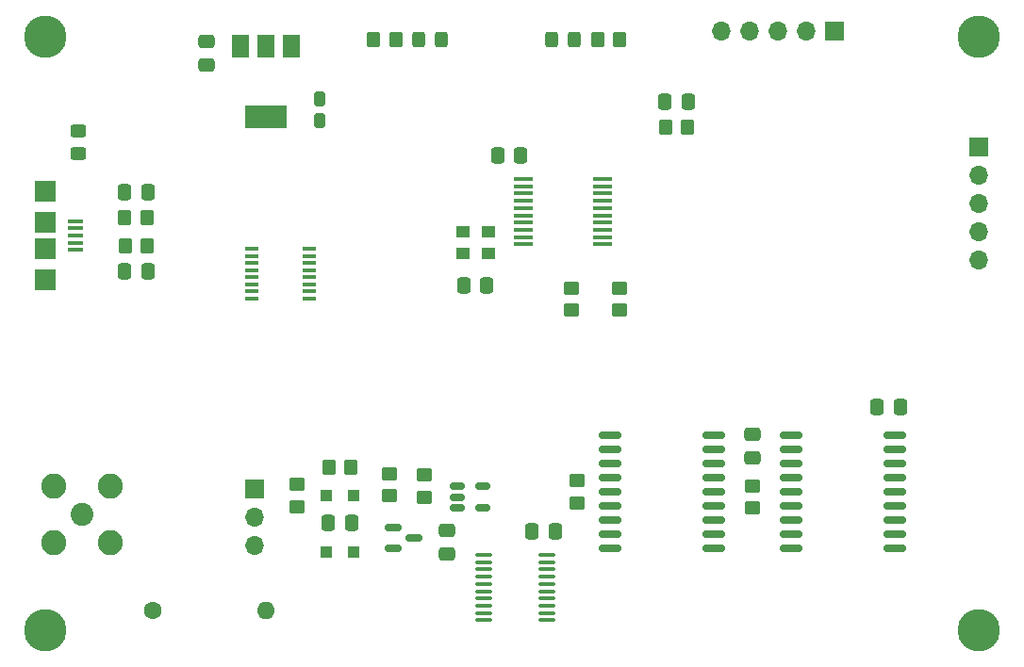
<source format=gts>
G04 #@! TF.GenerationSoftware,KiCad,Pcbnew,(6.0.9)*
G04 #@! TF.CreationDate,2022-11-27T19:02:43-05:00*
G04 #@! TF.ProjectId,usbcounter,75736263-6f75-46e7-9465-722e6b696361,rev?*
G04 #@! TF.SameCoordinates,Original*
G04 #@! TF.FileFunction,Soldermask,Top*
G04 #@! TF.FilePolarity,Negative*
%FSLAX46Y46*%
G04 Gerber Fmt 4.6, Leading zero omitted, Abs format (unit mm)*
G04 Created by KiCad (PCBNEW (6.0.9)) date 2022-11-27 19:02:43*
%MOMM*%
%LPD*%
G01*
G04 APERTURE LIST*
G04 Aperture macros list*
%AMRoundRect*
0 Rectangle with rounded corners*
0 $1 Rounding radius*
0 $2 $3 $4 $5 $6 $7 $8 $9 X,Y pos of 4 corners*
0 Add a 4 corners polygon primitive as box body*
4,1,4,$2,$3,$4,$5,$6,$7,$8,$9,$2,$3,0*
0 Add four circle primitives for the rounded corners*
1,1,$1+$1,$2,$3*
1,1,$1+$1,$4,$5*
1,1,$1+$1,$6,$7*
1,1,$1+$1,$8,$9*
0 Add four rect primitives between the rounded corners*
20,1,$1+$1,$2,$3,$4,$5,0*
20,1,$1+$1,$4,$5,$6,$7,0*
20,1,$1+$1,$6,$7,$8,$9,0*
20,1,$1+$1,$8,$9,$2,$3,0*%
G04 Aperture macros list end*
%ADD10RoundRect,0.250000X0.337500X0.475000X-0.337500X0.475000X-0.337500X-0.475000X0.337500X-0.475000X0*%
%ADD11RoundRect,0.250000X0.325000X0.450000X-0.325000X0.450000X-0.325000X-0.450000X0.325000X-0.450000X0*%
%ADD12RoundRect,0.250000X-0.350000X-0.450000X0.350000X-0.450000X0.350000X0.450000X-0.350000X0.450000X0*%
%ADD13R,1.700000X1.700000*%
%ADD14O,1.700000X1.700000*%
%ADD15RoundRect,0.250000X-0.450000X0.350000X-0.450000X-0.350000X0.450000X-0.350000X0.450000X0.350000X0*%
%ADD16C,2.050000*%
%ADD17C,2.250000*%
%ADD18RoundRect,0.250000X0.450000X-0.350000X0.450000X0.350000X-0.450000X0.350000X-0.450000X-0.350000X0*%
%ADD19RoundRect,0.150000X-0.512500X-0.150000X0.512500X-0.150000X0.512500X0.150000X-0.512500X0.150000X0*%
%ADD20R,1.500000X2.000000*%
%ADD21R,3.800000X2.000000*%
%ADD22R,1.000000X1.000000*%
%ADD23RoundRect,0.250000X-0.475000X0.337500X-0.475000X-0.337500X0.475000X-0.337500X0.475000X0.337500X0*%
%ADD24R,1.800000X0.450000*%
%ADD25RoundRect,0.250000X0.450000X-0.325000X0.450000X0.325000X-0.450000X0.325000X-0.450000X-0.325000X0*%
%ADD26RoundRect,0.250000X0.350000X0.450000X-0.350000X0.450000X-0.350000X-0.450000X0.350000X-0.450000X0*%
%ADD27C,1.600000*%
%ADD28O,1.600000X1.600000*%
%ADD29RoundRect,0.250000X0.475000X-0.337500X0.475000X0.337500X-0.475000X0.337500X-0.475000X-0.337500X0*%
%ADD30RoundRect,0.150000X-0.875000X-0.150000X0.875000X-0.150000X0.875000X0.150000X-0.875000X0.150000X0*%
%ADD31RoundRect,0.150000X-0.587500X-0.150000X0.587500X-0.150000X0.587500X0.150000X-0.587500X0.150000X0*%
%ADD32C,3.800000*%
%ADD33RoundRect,0.250000X-0.337500X-0.475000X0.337500X-0.475000X0.337500X0.475000X-0.337500X0.475000X0*%
%ADD34C,0.001000*%
%ADD35R,1.350000X0.400000*%
%ADD36R,1.900000X1.900000*%
%ADD37R,1.200000X0.400000*%
%ADD38RoundRect,0.250000X0.275000X-0.400000X0.275000X0.400000X-0.275000X0.400000X-0.275000X-0.400000X0*%
%ADD39R,1.300000X1.100000*%
%ADD40RoundRect,0.100000X-0.637500X-0.100000X0.637500X-0.100000X0.637500X0.100000X-0.637500X0.100000X0*%
G04 APERTURE END LIST*
D10*
X82063500Y-98298000D03*
X79988500Y-98298000D03*
D11*
X102117000Y-54864000D03*
X100067000Y-54864000D03*
D12*
X61722000Y-70866000D03*
X63722000Y-70866000D03*
D13*
X73406000Y-95250000D03*
D14*
X73406000Y-97790000D03*
X73406000Y-100330000D03*
D10*
X63775500Y-75692000D03*
X61700500Y-75692000D03*
D15*
X77216000Y-94885000D03*
X77216000Y-96885000D03*
D13*
X125476000Y-54102000D03*
D14*
X122936000Y-54102000D03*
X120396000Y-54102000D03*
X117856000Y-54102000D03*
X115316000Y-54102000D03*
D13*
X138430000Y-64521000D03*
D14*
X138430000Y-67061000D03*
X138430000Y-69601000D03*
X138430000Y-72141000D03*
X138430000Y-74681000D03*
D10*
X63775500Y-68580000D03*
X61700500Y-68580000D03*
D16*
X57912000Y-97536000D03*
D17*
X55372000Y-100076000D03*
X55372000Y-94996000D03*
X60452000Y-100076000D03*
X60452000Y-94996000D03*
D18*
X85471000Y-95885000D03*
X85471000Y-93885000D03*
X102362000Y-96520000D03*
X102362000Y-94520000D03*
D19*
X91572500Y-95062000D03*
X91572500Y-96012000D03*
X91572500Y-96962000D03*
X93847500Y-96962000D03*
X93847500Y-95062000D03*
D15*
X106172000Y-77232000D03*
X106172000Y-79232000D03*
D20*
X76722000Y-55524000D03*
X74422000Y-55524000D03*
D21*
X74422000Y-61824000D03*
D20*
X72122000Y-55524000D03*
D22*
X79776000Y-95885000D03*
X82276000Y-95885000D03*
D23*
X69088000Y-55096500D03*
X69088000Y-57171500D03*
D24*
X97542000Y-67433000D03*
X97542000Y-68083000D03*
X97542000Y-68733000D03*
X97542000Y-69383000D03*
X97542000Y-70033000D03*
X97542000Y-70683000D03*
X97542000Y-71333000D03*
X97542000Y-71983000D03*
X97542000Y-72633000D03*
X97542000Y-73283000D03*
X104642000Y-73283000D03*
X104642000Y-72633000D03*
X104642000Y-71983000D03*
X104642000Y-71333000D03*
X104642000Y-70683000D03*
X104642000Y-70033000D03*
X104642000Y-69383000D03*
X104642000Y-68733000D03*
X104642000Y-68083000D03*
X104642000Y-67433000D03*
D10*
X97282000Y-65278000D03*
X95207000Y-65278000D03*
D25*
X57516499Y-65134136D03*
X57516499Y-63084136D03*
D26*
X63738000Y-73406000D03*
X61738000Y-73406000D03*
D10*
X112289500Y-60452000D03*
X110214500Y-60452000D03*
X94234000Y-76962000D03*
X92159000Y-76962000D03*
D15*
X101854000Y-77232000D03*
X101854000Y-79232000D03*
D27*
X64262000Y-106172000D03*
D28*
X74422000Y-106172000D03*
D12*
X104156000Y-54864000D03*
X106156000Y-54864000D03*
D11*
X90179000Y-54864000D03*
X88129000Y-54864000D03*
D29*
X118110000Y-92477500D03*
X118110000Y-90402500D03*
D10*
X100373000Y-99060000D03*
X98298000Y-99060000D03*
D29*
X90678000Y-101113500D03*
X90678000Y-99038500D03*
D30*
X121588000Y-90424000D03*
X121588000Y-91694000D03*
X121588000Y-92964000D03*
X121588000Y-94234000D03*
X121588000Y-95504000D03*
X121588000Y-96774000D03*
X121588000Y-98044000D03*
X121588000Y-99314000D03*
X121588000Y-100584000D03*
X130888000Y-100584000D03*
X130888000Y-99314000D03*
X130888000Y-98044000D03*
X130888000Y-96774000D03*
X130888000Y-95504000D03*
X130888000Y-94234000D03*
X130888000Y-92964000D03*
X130888000Y-91694000D03*
X130888000Y-90424000D03*
D31*
X85803500Y-98745000D03*
X85803500Y-100645000D03*
X87678500Y-99695000D03*
D32*
X138430000Y-107950000D03*
X138430000Y-54610000D03*
D26*
X86074000Y-54864000D03*
X84074000Y-54864000D03*
D32*
X54610000Y-54610000D03*
D30*
X105332000Y-90424000D03*
X105332000Y-91694000D03*
X105332000Y-92964000D03*
X105332000Y-94234000D03*
X105332000Y-95504000D03*
X105332000Y-96774000D03*
X105332000Y-98044000D03*
X105332000Y-99314000D03*
X105332000Y-100584000D03*
X114632000Y-100584000D03*
X114632000Y-99314000D03*
X114632000Y-98044000D03*
X114632000Y-96774000D03*
X114632000Y-95504000D03*
X114632000Y-94234000D03*
X114632000Y-92964000D03*
X114632000Y-91694000D03*
X114632000Y-90424000D03*
D18*
X118110000Y-97012000D03*
X118110000Y-95012000D03*
D32*
X54610000Y-107950000D03*
D12*
X80026000Y-93345000D03*
X82026000Y-93345000D03*
D15*
X88646000Y-94012000D03*
X88646000Y-96012000D03*
D33*
X129286000Y-87884000D03*
X131361000Y-87884000D03*
D34*
X56752999Y-74491136D03*
X56752999Y-70491136D03*
D35*
X57277999Y-71191136D03*
X57277999Y-73791136D03*
X57277999Y-71841136D03*
X57277999Y-72491136D03*
X57277999Y-73141136D03*
D36*
X54602999Y-68541136D03*
X54602999Y-71291136D03*
X54602999Y-73691136D03*
X54602999Y-76441136D03*
D26*
X112252000Y-62738000D03*
X110252000Y-62738000D03*
D37*
X73092000Y-73723500D03*
X73092000Y-74358500D03*
X73092000Y-74993500D03*
X73092000Y-75628500D03*
X73092000Y-76263500D03*
X73092000Y-76898500D03*
X73092000Y-77533500D03*
X73092000Y-78168500D03*
X78292000Y-78168500D03*
X78292000Y-77533500D03*
X78292000Y-76898500D03*
X78292000Y-76263500D03*
X78292000Y-75628500D03*
X78292000Y-74993500D03*
X78292000Y-74358500D03*
X78292000Y-73723500D03*
D38*
X79248000Y-62189000D03*
X79248000Y-60239000D03*
D39*
X92068000Y-74102000D03*
X94368000Y-74102000D03*
X94368000Y-72202000D03*
X92068000Y-72202000D03*
D22*
X82276000Y-100965000D03*
X79776000Y-100965000D03*
D40*
X93911500Y-101215000D03*
X93911500Y-101865000D03*
X93911500Y-102515000D03*
X93911500Y-103165000D03*
X93911500Y-103815000D03*
X93911500Y-104465000D03*
X93911500Y-105115000D03*
X93911500Y-105765000D03*
X93911500Y-106415000D03*
X93911500Y-107065000D03*
X99636500Y-107065000D03*
X99636500Y-106415000D03*
X99636500Y-105765000D03*
X99636500Y-105115000D03*
X99636500Y-104465000D03*
X99636500Y-103815000D03*
X99636500Y-103165000D03*
X99636500Y-102515000D03*
X99636500Y-101865000D03*
X99636500Y-101215000D03*
M02*

</source>
